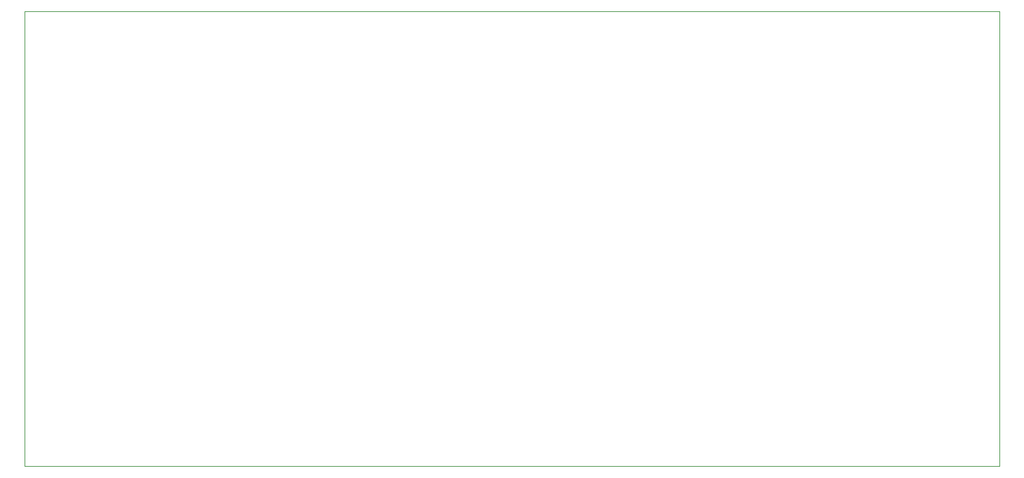
<source format=gko>
G04 Layer_Color=16711935*
%FSLAX44Y44*%
%MOMM*%
G71*
G01*
G75*
%ADD51C,0.1000*%
D51*
X-262500Y0D02*
X980000D01*
Y-580000D02*
Y0D01*
X-262500Y-580000D02*
X980000D01*
X-262500D02*
Y0D01*
M02*

</source>
